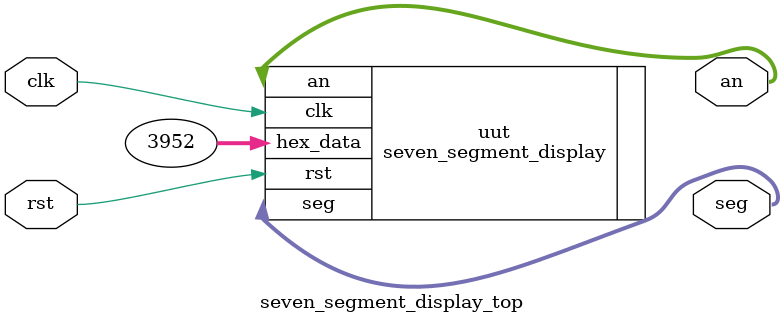
<source format=v>
`timescale 1ns / 1ps


module seven_segment_display_top(
    input wire clk,       // 100 MHz clock input
    input wire rst,       // Asynchronous reset
    output wire [3:0] an, // Anodes for 7-segment displays
    output wire [6:0] seg // Segments for 7-segment displays
);

    // Instantiate seven_segment_tdm
    seven_segment_display #(
        .MODE("DEC"),    // You can switch this to "DEC" to test decimal mode
        .ZERO_OFF(1),
        .FIXED_DISPLAY(0) // Display all 4 digits
    ) uut (
        .clk(clk),
        .hex_data('hf70),
        .rst(rst),
        .an(an),
        .seg(seg)
    );
endmodule

</source>
